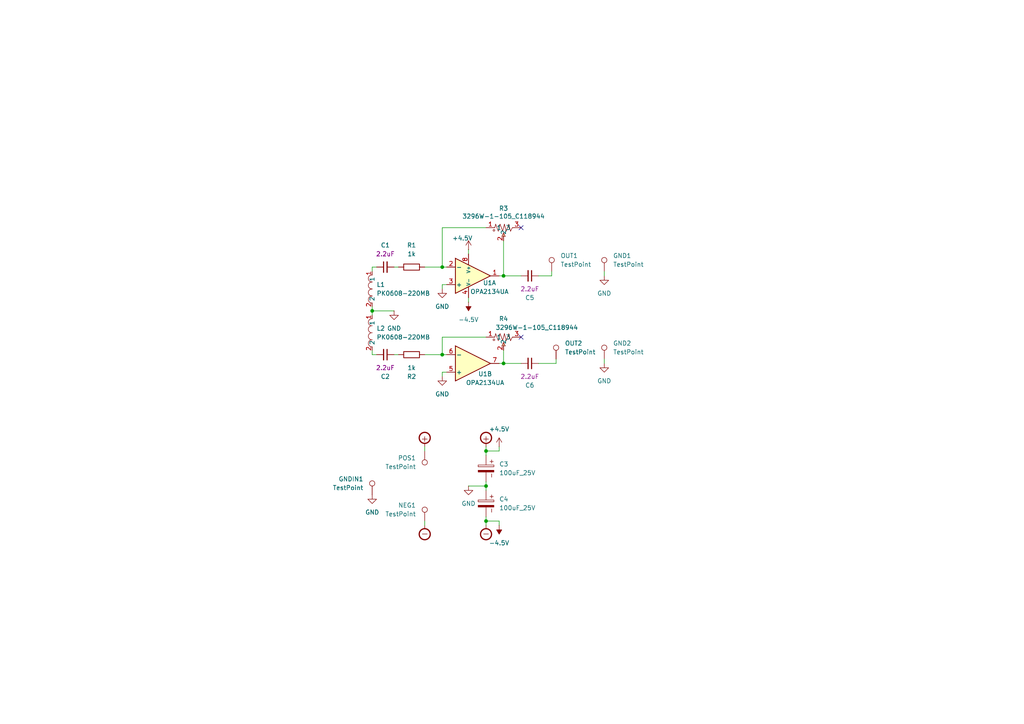
<source format=kicad_sch>
(kicad_sch (version 20250114) (generator "eeschema") (generator_version "9.0")
  (paper "A4")
  (lib_symbols
    (symbol "Connector:TestPoint" (pin_numbers (hide yes)) (pin_names (offset 0.762) (hide yes))
      (property "Reference" "TP" (at 0 6.858 0))
      (property "Value" "TestPoint" (at 0 5.08 0))
      (symbol "TestPoint_0_1"
        (circle (center 0 3.302) (radius 0.762))
      )
      (symbol "TestPoint_1_1"
        (pin passive line (at 0 0 90) (length 2.54) (name "1") (number "1"))
      )
    )
    (symbol "PCM_4ms_Capacitor:2.2uF_0603_25V" (pin_numbers (hide yes)) (pin_names (offset 0.254) (hide yes))
      (property "Reference" "C" (at 1.905 1.27 0))
      (property "Display" "2.2uF" (at 1.905 -1.27 0))
      (symbol "2.2uF_0603_25V_0_1"
        (polyline (pts (xy -1.524 0.508) (xy 1.524 0.508)) (stroke (width 0.3048)))
        (polyline (pts (xy -1.524 -0.508) (xy 1.524 -0.508)) (stroke (width 0.3302)))
      )
      (symbol "2.2uF_0603_25V_1_1"
        (pin passive line (at 0 2.54 270) (length 2.032) (name "~") (number "1"))
        (pin passive line (at 0 -2.54 90) (length 2.032) (name "~") (number "2"))
      )
    )
    (symbol "PCM_Amplifier_Operational_AKL:OPA2134UA" (pin_names (offset 0.2))
      (property "Reference" "U" (at 1.27 7.62 0))
      (property "Value" "OPA2134UA" (at 1.27 5.08 0))
      (symbol "OPA2134UA_0_1"
        (polyline (pts (xy -3.81 5.08) (xy -3.81 -5.08) (xy 6.35 0) (xy -3.81 5.08)) (stroke (width 0.254)) (fill (type background)))
      )
      (symbol "OPA2134UA_1_1"
        (pin input line (at -6.35 2.54 0) (length 2.54) (name "-") (number "2"))
        (pin input line (at -6.35 -2.54 0) (length 2.54) (name "+") (number "3"))
        (pin power_in line (at 0 6.35 270) (length 3.18) (name "V+") (number "8"))
        (pin power_in line (at 0 -6.35 90) (length 3.18) (name "V-") (number "4"))
        (pin output line (at 8.89 0 180) (length 2.54) (name "~") (number "1"))
      )
      (symbol "OPA2134UA_2_1"
        (pin input line (at -6.35 2.54 0) (length 2.54) (name "-") (number "6"))
        (pin input line (at -6.35 -2.54 0) (length 2.54) (name "+") (number "5"))
        (pin output line (at 8.89 0 180) (length 2.54) (name "~") (number "7"))
      )
    )
    (symbol "PCM_Elektuur:V-+" (power) (pin_numbers (hide yes)) (pin_names (offset 1.27) (hide yes))
      (symbol "V-+_1_0"
        (pin power_in line (at 0 0 0) (length 0) (hide yes) (name "+") (number "0"))
      )
      (symbol "V-+_1_1"
        (polyline (pts (xy 0 -0.889) (xy 0 0)))
        (circle (center 0 -2.54) (radius 1.6002) (stroke (width 0.3556)))
        (text "+" (at 0 -2.3368 0) (effects (font (size 1.8542 1.8542))))
      )
      (symbol "V-+_1_2"
        (circle (center -2.54 0) (radius 1.6002) (stroke (width 0.3556)))
        (polyline (pts (xy -0.889 0) (xy 0 0)))
        (text "+" (at -2.54 0.2032 0) (effects (font (size 1.8542 1.8542))))
      )
    )
    (symbol "PCM_Elektuur:V--" (power) (pin_numbers (hide yes)) (pin_names (offset 1.27) (hide yes))
      (symbol "V--_1_0"
        (pin power_in line (at 0 0 0) (length 0) (hide yes) (name "-") (number "0"))
      )
      (symbol "V--_1_1"
        (polyline (pts (xy 0 -0.889) (xy 0 0)))
        (circle (center 0 -2.54) (radius 1.6002) (stroke (width 0.3556)))
        (text "-" (at 0 -2.3368 0) (effects (font (size 1.8542 1.8542))))
      )
      (symbol "V--_1_2"
        (circle (center -2.54 0) (radius 1.6002) (stroke (width 0.3556)))
        (polyline (pts (xy -0.889 0) (xy 0 0)))
        (text "-" (at -2.54 0.2032 0) (effects (font (size 1.8542 1.8542))))
      )
    )
    (symbol "PCM_SL_Capacitors:100uF_25V"
      (property "Reference" "C" (at 0 7.62 0))
      (property "Value" "100uF_25V" (at 0 5.08 0))
      (symbol "100uF_25V_0_0"
        (text "+" (at -2.032 1.524 0) (effects (font (size 1.27 1.27))))
        (text "-" (at 2.032 1.524 0) (effects (font (size 1.27 1.27))))
      )
      (symbol "100uF_25V_0_1"
        (rectangle (start -1.016 -2.286) (end -0.508 2.286))
        (rectangle (start 0.508 -2.286) (end 1.016 2.286) (fill (type outline)))
      )
      (symbol "100uF_25V_1_1"
        (pin passive line (at -3.81 0 0) (length 2.7) (name "~") (number "1"))
        (pin input line (at 3.81 0 180) (length 2.7) (name "~") (number "2"))
      )
    )
    (symbol "PCM_SL_Resistors:1k"
      (property "Reference" "R" (at 0 5.08 0))
      (property "Value" "1k" (at 0 2.54 0))
      (symbol "1k_0_1"
        (rectangle (start -2.286 0.889) (end 2.286 -0.889) (stroke (width 0.24)))
      )
      (symbol "1k_1_1"
        (pin passive line (at -3.81 0 0) (length 1.5) (name "") (number "1"))
        (pin passive line (at 3.81 0 180) (length 1.5) (name "~") (number "2"))
      )
    )
    (symbol "easyeda2kicad:3296W-1-105_C118944"
      (property "Reference" "R" (at 0 8.89 0))
      (property "Value" "3296W-1-105_C118944" (at 0 -5.08 0))
      (symbol "3296W-1-105_C118944_0_1"
        (polyline (pts (xy -2.54 0) (xy -2.03 1.02)))
        (polyline (pts (xy -2.03 1.02) (xy -1.52 -1.02)))
        (polyline (pts (xy -1.52 -1.02) (xy -0.76 1.02)))
        (polyline (pts (xy -0.76 1.02) (xy -0.25 -1.02)))
        (polyline (pts (xy -0.51 2.54) (xy 0 1.52) (xy 0.51 2.54) (xy -0.51 2.54)) (fill (type background)))
        (polyline (pts (xy -0.25 -1.02) (xy 0.25 1.02)))
        (polyline (pts (xy 0 2.54) (xy 0 1.52)))
        (polyline (pts (xy 0.25 1.02) (xy 1.02 -1.02)))
        (polyline (pts (xy 1.02 -1.02) (xy 1.52 1.02)))
        (polyline (pts (xy 1.52 1.02) (xy 2.29 -1.02)))
        (polyline (pts (xy 2.29 -1.02) (xy 2.54 0)))
        (circle (center 2.79 0.76) (radius 0.25))
        (pin unspecified line (at -5.08 0 0) (length 2.54) (name "3") (number "3"))
        (pin unspecified line (at 0 3.81 270) (length 1.27) (name "2") (number "2"))
        (pin unspecified line (at 5.08 0 180) (length 2.54) (name "1") (number "1"))
      )
    )
    (symbol "easyeda2kicad:PK0608-220MB"
      (property "Reference" "L" (at 0 5.08 0))
      (property "Value" "PK0608-220MB" (at 0 -5.08 0))
      (symbol "PK0608-220MB_0_1"
        (arc (start -2.04 0) (mid -3.05 -1.1102) (end -4.06 0))
        (arc (start -0.01 0) (mid -1.02 -1.1103) (end -2.03 0))
        (arc (start 2.02 0) (mid 1.01 -1.1103) (end 0 0))
        (arc (start 4.06 0) (mid 3.045 -1.1123) (end 2.03 0))
        (pin unspecified line (at -5.08 0 0) (length 1.016) (name "1") (number "1"))
        (pin unspecified line (at 5.08 0 180) (length 1.016) (name "2") (number "2"))
      )
    )
    (symbol "power:+3.3V" (power) (pin_numbers (hide yes)) (pin_names (offset 0) (hide yes))
      (property "Value" "+3.3V" (at 0 3.556 0))
      (symbol "+3.3V_0_1"
        (polyline (pts (xy -0.762 1.27) (xy 0 2.54)))
        (polyline (pts (xy 0 2.54) (xy 0.762 1.27)))
        (polyline (pts (xy 0 0) (xy 0 2.54)))
      )
      (symbol "+3.3V_1_1"
        (pin power_in line (at 0 0 90) (length 0) (name "~") (number "1"))
      )
    )
    (symbol "power:-3V3" (power) (pin_numbers (hide yes)) (pin_names (offset 0) (hide yes))
      (property "Value" "-3V3" (at 0 3.556 0))
      (symbol "-3V3_0_0"
        (pin power_in line (at 0 0 90) (length 0) (name "~") (number "1"))
      )
      (symbol "-3V3_0_1"
        (polyline (pts (xy 0 0) (xy 0 1.27) (xy 0.762 1.27) (xy 0 2.54) (xy -0.762 1.27) (xy 0 1.27)) (fill (type outline)))
      )
    )
    (symbol "power:GND" (power) (pin_numbers (hide yes)) (pin_names (offset 0) (hide yes))
      (property "Value" "GND" (at 0 -3.81 0))
      (symbol "GND_0_1"
        (polyline (pts (xy 0 0) (xy 0 -1.27) (xy 1.27 -1.27) (xy 0 -2.54) (xy -1.27 -1.27) (xy 0 -1.27)))
      )
      (symbol "GND_1_1"
        (pin power_in line (at 0 0 270) (length 0) (name "~") (number "1"))
      )
    )
  )
  (junction (at 146.05 80.01))
  (junction (at 107.95 90.17))
  (junction (at 140.97 151.13))
  (junction (at 128.27 102.87))
  (junction (at 140.97 130.81))
  (junction (at 128.27 77.47))
  (junction (at 140.97 140.97))
  (junction (at 146.05 105.41))
  (no_connect (at 151.13 97.79))
  (no_connect (at 151.13 66.04))
  (wire (pts (xy 128.27 109.22) (xy 128.27 107.95)))
  (wire (pts (xy 123.19 130.81) (xy 123.19 129.54)))
  (wire (pts (xy 128.27 97.79) (xy 140.97 97.79)))
  (wire (pts (xy 107.95 78.74) (xy 107.95 77.47)))
  (wire (pts (xy 144.78 80.01) (xy 146.05 80.01)))
  (wire (pts (xy 114.3 102.87) (xy 115.57 102.87)))
  (wire (pts (xy 107.95 77.47) (xy 109.22 77.47)))
  (wire (pts (xy 135.89 72.39) (xy 135.89 73.66)))
  (wire (pts (xy 161.29 104.14) (xy 161.29 105.41)))
  (wire (pts (xy 128.27 66.04) (xy 140.97 66.04)))
  (wire (pts (xy 107.95 102.87) (xy 109.22 102.87)))
  (wire (pts (xy 144.78 129.54) (xy 144.78 130.81)))
  (wire (pts (xy 140.97 129.54) (xy 140.97 130.81)))
  (wire (pts (xy 160.02 80.01) (xy 160.02 78.74)))
  (wire (pts (xy 140.97 151.13) (xy 140.97 149.86)))
  (wire (pts (xy 128.27 97.79) (xy 128.27 102.87)))
  (wire (pts (xy 107.95 90.17) (xy 107.95 91.44)))
  (wire (pts (xy 128.27 77.47) (xy 129.54 77.47)))
  (wire (pts (xy 156.21 80.01) (xy 160.02 80.01)))
  (wire (pts (xy 140.97 151.13) (xy 144.78 151.13)))
  (wire (pts (xy 135.89 140.97) (xy 140.97 140.97)))
  (wire (pts (xy 140.97 130.81) (xy 140.97 132.08)))
  (wire (pts (xy 156.21 105.41) (xy 161.29 105.41)))
  (wire (pts (xy 146.05 101.6) (xy 146.05 105.41)))
  (wire (pts (xy 128.27 66.04) (xy 128.27 77.47)))
  (wire (pts (xy 123.19 77.47) (xy 128.27 77.47)))
  (wire (pts (xy 107.95 101.6) (xy 107.95 102.87)))
  (wire (pts (xy 140.97 130.81) (xy 144.78 130.81)))
  (wire (pts (xy 175.26 80.01) (xy 175.26 78.74)))
  (wire (pts (xy 140.97 151.13) (xy 140.97 152.4)))
  (wire (pts (xy 128.27 102.87) (xy 129.54 102.87)))
  (wire (pts (xy 128.27 83.82) (xy 128.27 82.55)))
  (wire (pts (xy 175.26 105.41) (xy 175.26 104.14)))
  (wire (pts (xy 144.78 105.41) (xy 146.05 105.41)))
  (wire (pts (xy 123.19 102.87) (xy 128.27 102.87)))
  (wire (pts (xy 128.27 82.55) (xy 129.54 82.55)))
  (wire (pts (xy 146.05 80.01) (xy 151.13 80.01)))
  (wire (pts (xy 114.3 77.47) (xy 115.57 77.47)))
  (wire (pts (xy 144.78 152.4) (xy 144.78 151.13)))
  (wire (pts (xy 135.89 87.63) (xy 135.89 86.36)))
  (wire (pts (xy 128.27 107.95) (xy 129.54 107.95)))
  (wire (pts (xy 107.95 88.9) (xy 107.95 90.17)))
  (wire (pts (xy 107.95 90.17) (xy 114.3 90.17)))
  (wire (pts (xy 123.19 151.13) (xy 123.19 152.4)))
  (wire (pts (xy 140.97 139.7) (xy 140.97 140.97)))
  (wire (pts (xy 146.05 105.41) (xy 151.13 105.41)))
  (wire (pts (xy 146.05 69.85) (xy 146.05 80.01)))
  (wire (pts (xy 140.97 140.97) (xy 140.97 142.24)))
  (symbol (lib_id "Connector:TestPoint") (at 123.19 130.81 0) (mirror x) (unit 1)
    (property "Reference" "POS1" (at 120.65 132.8419 0) (effects (justify right)))
    (property "Value" "TestPoint" (at 120.65 135.3819 0) (effects (justify right)))
    (property "Footprint" "Connector_Pin:Pin_D1.3mm_L11.0mm_LooseFit" (effects (hide yes)))
    (property "Description" "test point" (effects (hide yes)))
  )
  (symbol (lib_id "power:-3V3") (at 144.78 152.4 0) (mirror x) (unit 1)
    (property "Reference" "#PWR013" (effects (hide yes)))
    (property "Value" "-4.5V" (at 144.78 157.48 0))
    (property "Description" "Power symbol creates a global label with name \"-4.5V\"" (effects (hide yes)))
  )
  (symbol (lib_id "power:GND") (at 175.26 80.01 0) (unit 1)
    (property "Reference" "#PWR014" (effects (hide yes)))
    (property "Value" "GND" (at 175.26 85.09 0))
    (property "Description" "Power symbol creates a global label with name \"GND\" , ground" (effects (hide yes)))
  )
  (symbol (lib_id "PCM_Elektuur:V-+") (at 140.97 129.54 180) (unit 1) (on_board no)
    (property "Reference" "#PWR010" (effects (hide yes)))
    (property "Value" "V-+" (effects (hide yes)))
    (property "Description" "positive potential/voltage (global DC power supply node/conductor +)" (effects (hide yes)))
  )
  (symbol (lib_id "power:GND") (at 114.3 90.17 0) (unit 1)
    (property "Reference" "#PWR02" (effects (hide yes)))
    (property "Value" "GND" (at 114.3 95.25 0))
    (property "Description" "Power symbol creates a global label with name \"GND\" , ground" (effects (hide yes)))
  )
  (symbol (lib_id "PCM_Elektuur:V--") (at 140.97 152.4 0) (unit 1)
    (property "Reference" "#PWR011" (effects (hide yes)))
    (property "Value" "V--" (effects (hide yes)))
    (property "Description" "negative potential/voltage (global DC power supply node/conductor -)" (effects (hide yes)))
  )
  (symbol (lib_id "power:GND") (at 135.89 140.97 0) (unit 1)
    (property "Reference" "#PWR09" (effects (hide yes)))
    (property "Value" "GND" (at 135.89 146.05 0))
    (property "Description" "Power symbol creates a global label with name \"GND\" , ground" (effects (hide yes)))
  )
  (symbol (lib_id "Connector:TestPoint") (at 175.26 78.74 0) (unit 1)
    (property "Reference" "GND1" (at 177.8 74.1679 0) (effects (justify left)))
    (property "Value" "TestPoint" (at 177.8 76.7079 0) (effects (justify left)))
    (property "Footprint" "Connector_Pin:Pin_D1.3mm_L11.0mm_LooseFit" (effects (hide yes)))
    (property "Description" "test point" (effects (hide yes)))
  )
  (symbol (lib_id "Connector:TestPoint") (at 161.29 104.14 0) (unit 1)
    (property "Reference" "OUT2" (at 163.83 99.5679 0) (effects (justify left)))
    (property "Value" "TestPoint" (at 163.83 102.1079 0) (effects (justify left)))
    (property "Footprint" "Connector_Pin:Pin_D1.3mm_L11.0mm_LooseFit" (effects (hide yes)))
    (property "Description" "test point" (effects (hide yes)))
  )
  (symbol (lib_id "Connector:TestPoint") (at 107.95 143.51 0) (mirror y) (unit 1)
    (property "Reference" "GNDIN1" (at 105.41 138.9379 0) (effects (justify left)))
    (property "Value" "TestPoint" (at 105.41 141.4779 0) (effects (justify left)))
    (property "Footprint" "Connector_Pin:Pin_D1.3mm_L11.0mm_LooseFit" (effects (hide yes)))
    (property "Description" "test point" (effects (hide yes)))
  )
  (symbol (lib_id "Connector:TestPoint") (at 160.02 78.74 0) (unit 1)
    (property "Reference" "OUT1" (at 162.56 74.1679 0) (effects (justify left)))
    (property "Value" "TestPoint" (at 162.56 76.7079 0) (effects (justify left)))
    (property "Footprint" "Connector_Pin:Pin_D1.3mm_L11.0mm_LooseFit" (effects (hide yes)))
    (property "Description" "test point" (effects (hide yes)))
  )
  (symbol (lib_id "easyeda2kicad:PK0608-220MB") (at 107.95 96.52 270) (unit 1)
    (property "Reference" "L2" (at 109.22 95.2498 90) (effects (justify left)))
    (property "Value" "PK0608-220MB" (at 109.22 97.7898 90) (effects (justify left)))
    (property "Footprint" "easyeda2kicad:IND-TH_BD7.0-P2.50-D0.7" (effects (hide yes)))
    (property "Datasheet" "https://lcsc.com/product-detail/Radial-Inductor-TH_Shun-Xiang-Nuo-Elec-PK0608-220MB_C400298.html" (effects (hide yes)))
    (property "LCSC Part" "C400298" (effects (hide yes)))
  )
  (symbol (lib_id "PCM_4ms_Capacitor:2.2uF_0603_25V") (at 111.76 77.47 90) (unit 1)
    (property "Reference" "C1" (at 111.7663 71.12 90))
    (property "Value" "2.2uF_0603_25V" (effects (hide yes)))
    (property "Footprint" "Capacitor_THT:C_Disc_D3.0mm_W1.6mm_P2.50mm" (effects (hide yes)))
    (property "Description" "2.2uF, Min 25V 10% X5R" (effects (hide yes)))
    (property "Specifications" "2.2uF, Min 25V 10% X5R" (effects (hide yes)))
    (property "Manufacturer" "Murata" (effects (hide yes)))
    (property "Part Number" "GRM188R6YA225KA12D" (effects (hide yes)))
    (property "Display" "2.2uF" (at 111.7663 73.66 90))
    (property "JLCPCB ID" "C57895" (effects (hide yes)))
  )
  (symbol (lib_id "easyeda2kicad:3296W-1-105_C118944") (at 146.05 97.79 180) (unit 1)
    (property "Reference" "R4" (at 146.05 92.456 0))
    (property "Value" "3296W-1-105_C118944" (at 155.702 94.996 0))
    (property "Footprint" "easyeda2kicad:RES-ADJ-TH_3P-L10.0-W10.0-P2.50-BL-BS" (effects (hide yes)))
    (property "Datasheet" "https://lcsc.com/product-detail/Precision-Potentiometer_1MR_C118944.html" (effects (hide yes)))
    (property "LCSC Part" "C118944" (effects (hide yes)))
  )
  (symbol (lib_id "Connector:TestPoint") (at 123.19 151.13 0) (mirror y) (unit 1)
    (property "Reference" "NEG1" (at 120.65 146.5579 0) (effects (justify left)))
    (property "Value" "TestPoint" (at 120.65 149.0979 0) (effects (justify left)))
    (property "Footprint" "Connector_Pin:Pin_D1.3mm_L11.0mm_LooseFit" (effects (hide yes)))
    (property "Description" "test point" (effects (hide yes)))
  )
  (symbol (lib_id "PCM_SL_Capacitors:100uF_25V") (at 140.97 146.05 270) (unit 1)
    (property "Reference" "C4" (at 144.78 144.7799 90) (effects (justify left)))
    (property "Value" "100uF_25V" (at 144.78 147.3199 90) (effects (justify left)))
    (property "Footprint" "Capacitor_THT:CP_Radial_D6.3mm_P2.50mm" (effects (hide yes)))
    (property "Description" "100uF, 25V Electrolytic Capacitor" (effects (hide yes)))
  )
  (symbol (lib_id "PCM_Amplifier_Operational_AKL:OPA2134UA") (at 135.89 80.01 0) (unit 1)
    (property "Reference" "U1" (at 141.986 82.042 0))
    (property "Value" "OPA2134UA" (at 141.986 84.582 0))
    (property "Footprint" "PCM_Package_SO_AKL:SO-8_3.9x4.9mm_P1.27mm" (effects (hide yes)))
    (property "Datasheet" "https://www.ti.com/lit/ds/symlink/opa4134.pdf?ts=1634997785306&ref_url=https%253A%252F%252Fwww.google.com%252F" (effects (hide yes)))
    (property "Description" "SO-8 Dual Audio Operational Amplifier, 0.00008% THD, 8nV/√Hz Noise, 8MHz GBW, Alternate KiCAD Library" (effects (hide yes)))
  )
  (symbol (lib_id "easyeda2kicad:3296W-1-105_C118944") (at 146.05 66.04 180) (unit 1)
    (property "Reference" "R3" (at 146.05 60.452 0))
    (property "Value" "3296W-1-105_C118944" (at 146.05 62.738 0))
    (property "Footprint" "easyeda2kicad:RES-ADJ-TH_3P-L10.0-W10.0-P2.50-BL-BS" (effects (hide yes)))
    (property "Datasheet" "https://lcsc.com/product-detail/Precision-Potentiometer_1MR_C118944.html" (effects (hide yes)))
    (property "LCSC Part" "C118944" (effects (hide yes)))
  )
  (symbol (lib_id "PCM_4ms_Capacitor:2.2uF_0603_25V") (at 153.67 105.41 270) (mirror x) (unit 1)
    (property "Reference" "C6" (at 153.6636 111.76 90))
    (property "Value" "2.2uF_0603_25V" (effects (hide yes)))
    (property "Footprint" "Capacitor_THT:C_Disc_D3.0mm_W1.6mm_P2.50mm" (effects (hide yes)))
    (property "Description" "2.2uF, Min 25V 10% X5R" (effects (hide yes)))
    (property "Specifications" "2.2uF, Min 25V 10% X5R" (effects (hide yes)))
    (property "Manufacturer" "Murata" (effects (hide yes)))
    (property "Part Number" "GRM188R6YA225KA12D" (effects (hide yes)))
    (property "Display" "2.2uF" (at 153.6636 109.22 90))
    (property "JLCPCB ID" "C57895" (effects (hide yes)))
  )
  (symbol (lib_id "power:+3.3V") (at 144.78 129.54 0) (unit 1)
    (property "Reference" "#PWR012" (effects (hide yes)))
    (property "Value" "+4.5V" (at 144.78 124.46 0))
    (property "Description" "Power symbol creates a global label with name \"+4.5V\"" (effects (hide yes)))
  )
  (symbol (lib_id "power:GND") (at 175.26 105.41 0) (unit 1)
    (property "Reference" "#PWR015" (effects (hide yes)))
    (property "Value" "GND" (at 175.26 110.49 0))
    (property "Description" "Power symbol creates a global label with name \"GND\" , ground" (effects (hide yes)))
  )
  (symbol (lib_id "easyeda2kicad:PK0608-220MB") (at 107.95 83.82 270) (unit 1)
    (property "Reference" "L1" (at 109.22 82.5498 90) (effects (justify left)))
    (property "Value" "PK0608-220MB" (at 109.22 85.0898 90) (effects (justify left)))
    (property "Footprint" "easyeda2kicad:IND-TH_BD7.0-P2.50-D0.7" (effects (hide yes)))
    (property "Datasheet" "https://lcsc.com/product-detail/Radial-Inductor-TH_Shun-Xiang-Nuo-Elec-PK0608-220MB_C400298.html" (effects (hide yes)))
    (property "LCSC Part" "C400298" (effects (hide yes)))
  )
  (symbol (lib_id "PCM_SL_Capacitors:100uF_25V") (at 140.97 135.89 270) (unit 1)
    (property "Reference" "C3" (at 144.78 134.6199 90) (effects (justify left)))
    (property "Value" "100uF_25V" (at 144.78 137.1599 90) (effects (justify left)))
    (property "Footprint" "Capacitor_THT:CP_Radial_D6.3mm_P2.50mm" (effects (hide yes)))
    (property "Description" "100uF, 25V Electrolytic Capacitor" (effects (hide yes)))
  )
  (symbol (lib_id "PCM_SL_Resistors:1k") (at 119.38 77.47 0) (unit 1)
    (property "Reference" "R1" (at 119.38 71.12 0))
    (property "Value" "1k" (at 119.38 73.66 0))
    (property "Footprint" "Resistor_THT:R_Axial_DIN0207_L6.3mm_D2.5mm_P10.16mm_Horizontal" (effects (hide yes)))
    (property "Description" "1kΩ, 1/4W Resistor" (effects (hide yes)))
  )
  (symbol (lib_id "Connector:TestPoint") (at 175.26 104.14 0) (unit 1)
    (property "Reference" "GND2" (at 177.8 99.5679 0) (effects (justify left)))
    (property "Value" "TestPoint" (at 177.8 102.1079 0) (effects (justify left)))
    (property "Footprint" "Connector_Pin:Pin_D1.3mm_L11.0mm_LooseFit" (effects (hide yes)))
    (property "Description" "test point" (effects (hide yes)))
  )
  (symbol (lib_id "power:GND") (at 128.27 83.82 0) (unit 1)
    (property "Reference" "#PWR05" (effects (hide yes)))
    (property "Value" "GND" (at 128.27 88.9 0))
    (property "Description" "Power symbol creates a global label with name \"GND\" , ground" (effects (hide yes)))
  )
  (symbol (lib_id "PCM_4ms_Capacitor:2.2uF_0603_25V") (at 111.76 102.87 270) (mirror x) (unit 1)
    (property "Reference" "C2" (at 111.7536 109.22 90))
    (property "Value" "2.2uF_0603_25V" (effects (hide yes)))
    (property "Footprint" "Capacitor_THT:C_Disc_D3.0mm_W1.6mm_P2.50mm" (effects (hide yes)))
    (property "Description" "2.2uF, Min 25V 10% X5R" (effects (hide yes)))
    (property "Specifications" "2.2uF, Min 25V 10% X5R" (effects (hide yes)))
    (property "Manufacturer" "Murata" (effects (hide yes)))
    (property "Part Number" "GRM188R6YA225KA12D" (effects (hide yes)))
    (property "Display" "2.2uF" (at 111.7536 106.68 90))
    (property "JLCPCB ID" "C57895" (effects (hide yes)))
  )
  (symbol (lib_id "power:GND") (at 107.95 143.51 0) (unit 1)
    (property "Reference" "#PWR01" (effects (hide yes)))
    (property "Value" "GND" (at 107.95 148.59 0))
    (property "Description" "Power symbol creates a global label with name \"GND\" , ground" (effects (hide yes)))
  )
  (symbol (lib_id "PCM_Elektuur:V-+") (at 123.19 129.54 180) (unit 1) (on_board no)
    (property "Reference" "#PWR03" (effects (hide yes)))
    (property "Value" "V-+" (effects (hide yes)))
    (property "Description" "positive potential/voltage (global DC power supply node/conductor +)" (effects (hide yes)))
  )
  (symbol (lib_id "power:+3.3V") (at 135.89 72.39 0) (unit 1)
    (property "Reference" "#PWR07" (effects (hide yes)))
    (property "Value" "+4.5V" (at 134.112 69.088 0))
    (property "Description" "Power symbol creates a global label with name \"+4.5V\"" (effects (hide yes)))
  )
  (symbol (lib_id "PCM_Amplifier_Operational_AKL:OPA2134UA") (at 135.89 105.41 0) (unit 2)
    (property "Reference" "U1" (at 140.716 108.458 0))
    (property "Value" "OPA2134UA" (at 140.716 110.998 0))
    (property "Footprint" "PCM_Package_SO_AKL:SO-8_3.9x4.9mm_P1.27mm" (effects (hide yes)))
    (property "Datasheet" "https://www.ti.com/lit/ds/symlink/opa4134.pdf?ts=1634997785306&ref_url=https%253A%252F%252Fwww.google.com%252F" (effects (hide yes)))
    (property "Description" "SO-8 Dual Audio Operational Amplifier, 0.00008% THD, 8nV/√Hz Noise, 8MHz GBW, Alternate KiCAD Library" (effects (hide yes)))
  )
  (symbol (lib_id "power:GND") (at 128.27 109.22 0) (unit 1)
    (property "Reference" "#PWR06" (effects (hide yes)))
    (property "Value" "GND" (at 128.27 114.3 0))
    (property "Description" "Power symbol creates a global label with name \"GND\" , ground" (effects (hide yes)))
  )
  (symbol (lib_id "PCM_4ms_Capacitor:2.2uF_0603_25V") (at 153.67 80.01 270) (mirror x) (unit 1)
    (property "Reference" "C5" (at 153.6636 86.36 90))
    (property "Value" "2.2uF_0603_25V" (effects (hide yes)))
    (property "Footprint" "Capacitor_THT:C_Disc_D3.0mm_W1.6mm_P2.50mm" (effects (hide yes)))
    (property "Description" "2.2uF, Min 25V 10% X5R" (effects (hide yes)))
    (property "Specifications" "2.2uF, Min 25V 10% X5R" (effects (hide yes)))
    (property "Manufacturer" "Murata" (effects (hide yes)))
    (property "Part Number" "GRM188R6YA225KA12D" (effects (hide yes)))
    (property "Display" "2.2uF" (at 153.6636 83.82 90))
    (property "JLCPCB ID" "C57895" (effects (hide yes)))
  )
  (symbol (lib_id "power:-3V3") (at 135.89 87.63 0) (mirror x) (unit 1)
    (property "Reference" "#PWR08" (effects (hide yes)))
    (property "Value" "-4.5V" (at 135.89 92.71 0))
    (property "Description" "Power symbol creates a global label with name \"-4.5V\"" (effects (hide yes)))
  )
  (symbol (lib_id "PCM_SL_Resistors:1k") (at 119.38 102.87 0) (mirror x) (unit 1)
    (property "Reference" "R2" (at 119.38 109.22 0))
    (property "Value" "1k" (at 119.38 106.68 0))
    (property "Footprint" "Resistor_THT:R_Axial_DIN0207_L6.3mm_D2.5mm_P10.16mm_Horizontal" (effects (hide yes)))
    (property "Description" "1kΩ, 1/4W Resistor" (effects (hide yes)))
  )
  (symbol (lib_id "PCM_Elektuur:V--") (at 123.19 152.4 0) (unit 1)
    (property "Reference" "#PWR04" (effects (hide yes)))
    (property "Value" "V--" (effects (hide yes)))
    (property "Description" "negative potential/voltage (global DC power supply node/conductor -)" (effects (hide yes)))
  )
)
</source>
